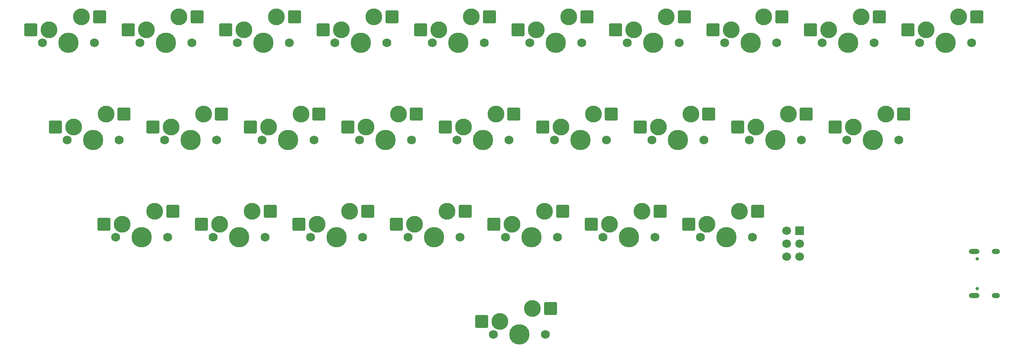
<source format=gbr>
G04 #@! TF.GenerationSoftware,KiCad,Pcbnew,(6.0.6)*
G04 #@! TF.CreationDate,2022-08-05T17:16:04-07:00*
G04 #@! TF.ProjectId,bored27-revision,626f7265-6432-4372-9d72-65766973696f,rev?*
G04 #@! TF.SameCoordinates,Original*
G04 #@! TF.FileFunction,Soldermask,Bot*
G04 #@! TF.FilePolarity,Negative*
%FSLAX46Y46*%
G04 Gerber Fmt 4.6, Leading zero omitted, Abs format (unit mm)*
G04 Created by KiCad (PCBNEW (6.0.6)) date 2022-08-05 17:16:04*
%MOMM*%
%LPD*%
G01*
G04 APERTURE LIST*
G04 Aperture macros list*
%AMRoundRect*
0 Rectangle with rounded corners*
0 $1 Rounding radius*
0 $2 $3 $4 $5 $6 $7 $8 $9 X,Y pos of 4 corners*
0 Add a 4 corners polygon primitive as box body*
4,1,4,$2,$3,$4,$5,$6,$7,$8,$9,$2,$3,0*
0 Add four circle primitives for the rounded corners*
1,1,$1+$1,$2,$3*
1,1,$1+$1,$4,$5*
1,1,$1+$1,$6,$7*
1,1,$1+$1,$8,$9*
0 Add four rect primitives between the rounded corners*
20,1,$1+$1,$2,$3,$4,$5,0*
20,1,$1+$1,$4,$5,$6,$7,0*
20,1,$1+$1,$6,$7,$8,$9,0*
20,1,$1+$1,$8,$9,$2,$3,0*%
G04 Aperture macros list end*
%ADD10C,0.650000*%
%ADD11O,1.600000X1.000000*%
%ADD12O,2.100000X1.000000*%
%ADD13C,1.750000*%
%ADD14C,3.987800*%
%ADD15RoundRect,0.250000X1.025000X1.000000X-1.025000X1.000000X-1.025000X-1.000000X1.025000X-1.000000X0*%
%ADD16C,3.300000*%
%ADD17C,1.700000*%
%ADD18R,1.700000X1.700000*%
G04 APERTURE END LIST*
D10*
X237112500Y-111410000D03*
X237112500Y-117190000D03*
D11*
X240762500Y-109980000D03*
D12*
X236582500Y-109980000D03*
X236582500Y-118620000D03*
D11*
X240762500Y-118620000D03*
D13*
X140811250Y-69056250D03*
D14*
X135731250Y-69056250D03*
D13*
X130651250Y-69056250D03*
D15*
X128371250Y-66516250D03*
D16*
X131921250Y-66516250D03*
D15*
X141821250Y-63976250D03*
D16*
X138271250Y-63976250D03*
D13*
X116363750Y-88106250D03*
X126523750Y-88106250D03*
D14*
X121443750Y-88106250D03*
D16*
X117633750Y-85566250D03*
D15*
X114083750Y-85566250D03*
D16*
X123983750Y-83026250D03*
D15*
X127533750Y-83026250D03*
D13*
X59213750Y-88106250D03*
X69373750Y-88106250D03*
D14*
X64293750Y-88106250D03*
D16*
X60483750Y-85566250D03*
D15*
X56933750Y-85566250D03*
D16*
X66833750Y-83026250D03*
D15*
X70383750Y-83026250D03*
D14*
X169068750Y-107156250D03*
D13*
X174148750Y-107156250D03*
X163988750Y-107156250D03*
D15*
X161708750Y-104616250D03*
D16*
X165258750Y-104616250D03*
X171608750Y-102076250D03*
D15*
X175158750Y-102076250D03*
D13*
X164623750Y-88106250D03*
D14*
X159543750Y-88106250D03*
D13*
X154463750Y-88106250D03*
D15*
X152183750Y-85566250D03*
D16*
X155733750Y-85566250D03*
D15*
X165633750Y-83026250D03*
D16*
X162083750Y-83026250D03*
D13*
X236061250Y-69056250D03*
X225901250Y-69056250D03*
D14*
X230981250Y-69056250D03*
D16*
X227171250Y-66516250D03*
D15*
X223621250Y-66516250D03*
X237071250Y-63976250D03*
D16*
X233521250Y-63976250D03*
D13*
X197961250Y-69056250D03*
D14*
X192881250Y-69056250D03*
D13*
X187801250Y-69056250D03*
D15*
X185521250Y-66516250D03*
D16*
X189071250Y-66516250D03*
X195421250Y-63976250D03*
D15*
X198971250Y-63976250D03*
D13*
X206851250Y-69056250D03*
X217011250Y-69056250D03*
D14*
X211931250Y-69056250D03*
D15*
X204571250Y-66516250D03*
D16*
X208121250Y-66516250D03*
D15*
X218021250Y-63976250D03*
D16*
X214471250Y-63976250D03*
D17*
X199898000Y-110998000D03*
X202438000Y-110998000D03*
X199898000Y-108458000D03*
X202438000Y-108458000D03*
X199898000Y-105918000D03*
D18*
X202438000Y-105918000D03*
D14*
X102393750Y-88106250D03*
D13*
X97313750Y-88106250D03*
X107473750Y-88106250D03*
D16*
X98583750Y-85566250D03*
D15*
X95033750Y-85566250D03*
X108483750Y-83026250D03*
D16*
X104933750Y-83026250D03*
D13*
X144938750Y-107156250D03*
X155098750Y-107156250D03*
D14*
X150018750Y-107156250D03*
D15*
X142658750Y-104616250D03*
D16*
X146208750Y-104616250D03*
X152558750Y-102076250D03*
D15*
X156108750Y-102076250D03*
D13*
X168751250Y-69056250D03*
D14*
X173831250Y-69056250D03*
D13*
X178911250Y-69056250D03*
D16*
X170021250Y-66516250D03*
D15*
X166471250Y-66516250D03*
X179921250Y-63976250D03*
D16*
X176371250Y-63976250D03*
D14*
X147637500Y-126206250D03*
D13*
X152717500Y-126206250D03*
X142557500Y-126206250D03*
D15*
X140277500Y-123666250D03*
D16*
X143827500Y-123666250D03*
D15*
X153727500Y-121126250D03*
D16*
X150177500Y-121126250D03*
D13*
X211613750Y-88106250D03*
D14*
X216693750Y-88106250D03*
D13*
X221773750Y-88106250D03*
D16*
X212883750Y-85566250D03*
D15*
X209333750Y-85566250D03*
X222783750Y-83026250D03*
D16*
X219233750Y-83026250D03*
D13*
X106838750Y-107156250D03*
D14*
X111918750Y-107156250D03*
D13*
X116998750Y-107156250D03*
D16*
X108108750Y-104616250D03*
D15*
X104558750Y-104616250D03*
X118008750Y-102076250D03*
D16*
X114458750Y-102076250D03*
D14*
X130968750Y-107156250D03*
D13*
X125888750Y-107156250D03*
X136048750Y-107156250D03*
D15*
X123608750Y-104616250D03*
D16*
X127158750Y-104616250D03*
X133508750Y-102076250D03*
D15*
X137058750Y-102076250D03*
D13*
X87788750Y-107156250D03*
X97948750Y-107156250D03*
D14*
X92868750Y-107156250D03*
D16*
X89058750Y-104616250D03*
D15*
X85508750Y-104616250D03*
X98958750Y-102076250D03*
D16*
X95408750Y-102076250D03*
D13*
X121761250Y-69056250D03*
D14*
X116681250Y-69056250D03*
D13*
X111601250Y-69056250D03*
D15*
X109321250Y-66516250D03*
D16*
X112871250Y-66516250D03*
X119221250Y-63976250D03*
D15*
X122771250Y-63976250D03*
D14*
X197643750Y-88106250D03*
D13*
X202723750Y-88106250D03*
X192563750Y-88106250D03*
D16*
X193833750Y-85566250D03*
D15*
X190283750Y-85566250D03*
X203733750Y-83026250D03*
D16*
X200183750Y-83026250D03*
D13*
X102711250Y-69056250D03*
D14*
X97631250Y-69056250D03*
D13*
X92551250Y-69056250D03*
D15*
X90271250Y-66516250D03*
D16*
X93821250Y-66516250D03*
X100171250Y-63976250D03*
D15*
X103721250Y-63976250D03*
D13*
X135413750Y-88106250D03*
D14*
X140493750Y-88106250D03*
D13*
X145573750Y-88106250D03*
D15*
X133133750Y-85566250D03*
D16*
X136683750Y-85566250D03*
X143033750Y-83026250D03*
D15*
X146583750Y-83026250D03*
D13*
X83661250Y-69056250D03*
D14*
X78581250Y-69056250D03*
D13*
X73501250Y-69056250D03*
D16*
X74771250Y-66516250D03*
D15*
X71221250Y-66516250D03*
D16*
X81121250Y-63976250D03*
D15*
X84671250Y-63976250D03*
D13*
X68738750Y-107156250D03*
D14*
X73818750Y-107156250D03*
D13*
X78898750Y-107156250D03*
D15*
X66458750Y-104616250D03*
D16*
X70008750Y-104616250D03*
D15*
X79908750Y-102076250D03*
D16*
X76358750Y-102076250D03*
D13*
X173513750Y-88106250D03*
X183673750Y-88106250D03*
D14*
X178593750Y-88106250D03*
D16*
X174783750Y-85566250D03*
D15*
X171233750Y-85566250D03*
X184683750Y-83026250D03*
D16*
X181133750Y-83026250D03*
D13*
X193198750Y-107156250D03*
D14*
X188118750Y-107156250D03*
D13*
X183038750Y-107156250D03*
D16*
X184308750Y-104616250D03*
D15*
X180758750Y-104616250D03*
X194208750Y-102076250D03*
D16*
X190658750Y-102076250D03*
D13*
X64611250Y-69056250D03*
X54451250Y-69056250D03*
D14*
X59531250Y-69056250D03*
D15*
X52171250Y-66516250D03*
D16*
X55721250Y-66516250D03*
X62071250Y-63976250D03*
D15*
X65621250Y-63976250D03*
D13*
X78263750Y-88106250D03*
X88423750Y-88106250D03*
D14*
X83343750Y-88106250D03*
D16*
X79533750Y-85566250D03*
D15*
X75983750Y-85566250D03*
D16*
X85883750Y-83026250D03*
D15*
X89433750Y-83026250D03*
D13*
X149701250Y-69056250D03*
X159861250Y-69056250D03*
D14*
X154781250Y-69056250D03*
D15*
X147421250Y-66516250D03*
D16*
X150971250Y-66516250D03*
X157321250Y-63976250D03*
D15*
X160871250Y-63976250D03*
M02*

</source>
